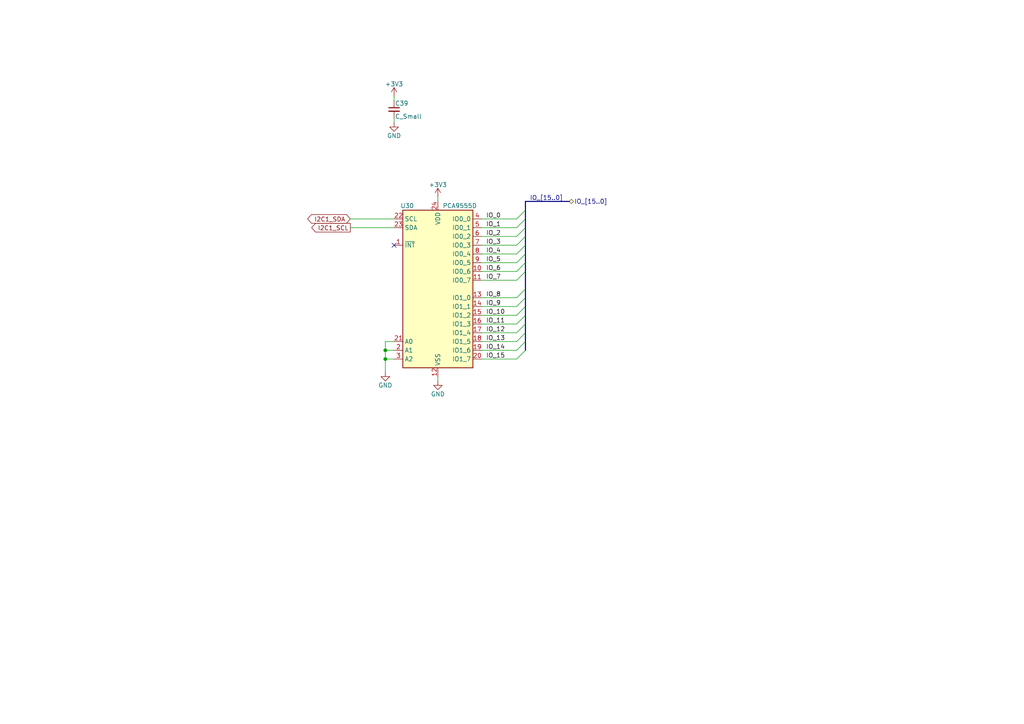
<source format=kicad_sch>
(kicad_sch (version 20211123) (generator eeschema)
  (paper "A4")
  (lib_symbols
    (symbol "Device:C_Small" (pin_numbers hide) (pin_names (offset 0.254) hide)
      (property "Reference" "C" (at 0.254 1.778 0))
      (property "Value" "C_Small" (at 0.254 -2.032 0))
      (symbol "C_Small_0_1"
        (polyline (pts (xy -1.524 -0.508) (xy 1.524 -0.508)) (stroke (width 0.3302)))
        (polyline (pts (xy -1.524 0.508) (xy 1.524 0.508)) (stroke (width 0.3048)))
      )
      (symbol "C_Small_1_1"
        (pin passive line (at 0 2.54 270) (length 2.032) (name "~") (number "1"))
        (pin passive line (at 0 -2.54 90) (length 2.032) (name "~") (number "2"))
      )
    )
    (symbol "Interface_Expansion:PCA9555D"
      (property "Reference" "U" (at -8.89 24.13 0))
      (property "Value" "PCA9555D" (at 6.35 24.13 0))
      (symbol "PCA9555D_0_1"
        (rectangle (start -10.16 22.86) (end 10.16 -22.86) (stroke (width 0.254)) (fill (type background)))
      )
      (symbol "PCA9555D_1_1"
        (pin open_collector line (at -12.7 12.7 0) (length 2.54) (name "~{INT}") (number "1"))
        (pin bidirectional line (at 12.7 5.08 180) (length 2.54) (name "IO0_6") (number "10"))
        (pin bidirectional line (at 12.7 2.54 180) (length 2.54) (name "IO0_7") (number "11"))
        (pin power_in line (at 0 -25.4 90) (length 2.54) (name "VSS") (number "12"))
        (pin bidirectional line (at 12.7 -2.54 180) (length 2.54) (name "IO1_0") (number "13"))
        (pin bidirectional line (at 12.7 -5.08 180) (length 2.54) (name "IO1_1") (number "14"))
        (pin bidirectional line (at 12.7 -7.62 180) (length 2.54) (name "IO1_2") (number "15"))
        (pin bidirectional line (at 12.7 -10.16 180) (length 2.54) (name "IO1_3") (number "16"))
        (pin bidirectional line (at 12.7 -12.7 180) (length 2.54) (name "IO1_4") (number "17"))
        (pin bidirectional line (at 12.7 -15.24 180) (length 2.54) (name "IO1_5") (number "18"))
        (pin bidirectional line (at 12.7 -17.78 180) (length 2.54) (name "IO1_6") (number "19"))
        (pin input line (at -12.7 -17.78 0) (length 2.54) (name "A1") (number "2"))
        (pin bidirectional line (at 12.7 -20.32 180) (length 2.54) (name "IO1_7") (number "20"))
        (pin input line (at -12.7 -15.24 0) (length 2.54) (name "A0") (number "21"))
        (pin input line (at -12.7 20.32 0) (length 2.54) (name "SCL") (number "22"))
        (pin bidirectional line (at -12.7 17.78 0) (length 2.54) (name "SDA") (number "23"))
        (pin power_in line (at 0 25.4 270) (length 2.54) (name "VDD") (number "24"))
        (pin input line (at -12.7 -20.32 0) (length 2.54) (name "A2") (number "3"))
        (pin bidirectional line (at 12.7 20.32 180) (length 2.54) (name "IO0_0") (number "4"))
        (pin bidirectional line (at 12.7 17.78 180) (length 2.54) (name "IO0_1") (number "5"))
        (pin bidirectional line (at 12.7 15.24 180) (length 2.54) (name "IO0_2") (number "6"))
        (pin bidirectional line (at 12.7 12.7 180) (length 2.54) (name "IO0_3") (number "7"))
        (pin bidirectional line (at 12.7 10.16 180) (length 2.54) (name "IO0_4") (number "8"))
        (pin bidirectional line (at 12.7 7.62 180) (length 2.54) (name "IO0_5") (number "9"))
      )
    )
    (symbol "power:+3V3" (power) (pin_names (offset 0))
      (property "Value" "+3V3" (at 0 3.556 0))
      (symbol "+3V3_0_1"
        (polyline (pts (xy -0.762 1.27) (xy 0 2.54)))
        (polyline (pts (xy 0 0) (xy 0 2.54)))
        (polyline (pts (xy 0 2.54) (xy 0.762 1.27)))
      )
      (symbol "+3V3_1_1"
        (pin power_in line (at 0 0 90) (length 0) hide (name "+3V3") (number "1"))
      )
    )
    (symbol "power:GND" (power) (pin_names (offset 0))
      (property "Value" "GND" (at 0 -3.81 0))
      (symbol "GND_0_1"
        (polyline (pts (xy 0 0) (xy 0 -1.27) (xy 1.27 -1.27) (xy 0 -2.54) (xy -1.27 -1.27) (xy 0 -1.27)))
      )
      (symbol "GND_1_1"
        (pin power_in line (at 0 0 270) (length 0) hide (name "GND") (number "1"))
      )
    )
  )
  (junction (at 111.76 104.14))
  (junction (at 111.76 101.6))
  (no_connect (at 114.3 71.12))
  (bus_entry (at 149.86 99.06) (size 2.54 -2.54))
  (bus_entry (at 149.86 68.58) (size 2.54 -2.54))
  (bus_entry (at 149.86 91.44) (size 2.54 -2.54))
  (bus_entry (at 149.86 93.98) (size 2.54 -2.54))
  (bus_entry (at 149.86 81.28) (size 2.54 -2.54))
  (bus_entry (at 149.86 101.6) (size 2.54 -2.54))
  (bus_entry (at 149.86 104.14) (size 2.54 -2.54))
  (bus_entry (at 149.86 78.74) (size 2.54 -2.54))
  (bus_entry (at 149.86 76.2) (size 2.54 -2.54))
  (bus_entry (at 149.86 63.5) (size 2.54 -2.54))
  (bus_entry (at 149.86 71.12) (size 2.54 -2.54))
  (bus_entry (at 149.86 86.36) (size 2.54 -2.54))
  (bus_entry (at 149.86 66.04) (size 2.54 -2.54))
  (bus_entry (at 149.86 73.66) (size 2.54 -2.54))
  (bus_entry (at 149.86 88.9) (size 2.54 -2.54))
  (bus_entry (at 149.86 96.52) (size 2.54 -2.54))
  (bus (pts (xy 152.4 58.42) (xy 165.1 58.42)))
  (wire (pts (xy 127 109.22) (xy 127 110.49)))
  (wire (pts (xy 139.7 63.5) (xy 149.86 63.5)))
  (bus (pts (xy 152.4 96.52) (xy 152.4 99.06)))
  (bus (pts (xy 152.4 91.44) (xy 152.4 93.98)))
  (bus (pts (xy 152.4 73.66) (xy 152.4 76.2)))
  (bus (pts (xy 152.4 71.12) (xy 152.4 73.66)))
  (wire (pts (xy 139.7 76.2) (xy 149.86 76.2)))
  (wire (pts (xy 139.7 91.44) (xy 149.86 91.44)))
  (bus (pts (xy 152.4 93.98) (xy 152.4 96.52)))
  (wire (pts (xy 111.76 104.14) (xy 111.76 107.95)))
  (wire (pts (xy 139.7 71.12) (xy 149.86 71.12)))
  (bus (pts (xy 152.4 88.9) (xy 152.4 91.44)))
  (wire (pts (xy 111.76 99.06) (xy 111.76 101.6)))
  (wire (pts (xy 139.7 78.74) (xy 149.86 78.74)))
  (wire (pts (xy 139.7 86.36) (xy 149.86 86.36)))
  (wire (pts (xy 127 57.15) (xy 127 58.42)))
  (wire (pts (xy 139.7 99.06) (xy 149.86 99.06)))
  (bus (pts (xy 152.4 83.82) (xy 152.4 86.36)))
  (wire (pts (xy 139.7 66.04) (xy 149.86 66.04)))
  (bus (pts (xy 152.4 63.5) (xy 152.4 66.04)))
  (wire (pts (xy 139.7 68.58) (xy 149.86 68.58)))
  (wire (pts (xy 111.76 101.6) (xy 111.76 104.14)))
  (wire (pts (xy 101.6 66.04) (xy 114.3 66.04)))
  (wire (pts (xy 139.7 73.66) (xy 149.86 73.66)))
  (bus (pts (xy 152.4 76.2) (xy 152.4 78.74)))
  (bus (pts (xy 152.4 60.96) (xy 152.4 58.42)))
  (wire (pts (xy 111.76 101.6) (xy 114.3 101.6)))
  (wire (pts (xy 111.76 104.14) (xy 114.3 104.14)))
  (wire (pts (xy 114.3 99.06) (xy 111.76 99.06)))
  (wire (pts (xy 139.7 88.9) (xy 149.86 88.9)))
  (wire (pts (xy 101.6 63.5) (xy 114.3 63.5)))
  (wire (pts (xy 139.7 81.28) (xy 149.86 81.28)))
  (wire (pts (xy 139.7 104.14) (xy 149.86 104.14)))
  (bus (pts (xy 152.4 68.58) (xy 152.4 71.12)))
  (bus (pts (xy 152.4 78.74) (xy 152.4 83.82)))
  (wire (pts (xy 114.3 27.94) (xy 114.3 29.21)))
  (wire (pts (xy 114.3 35.56) (xy 114.3 34.29)))
  (wire (pts (xy 139.7 96.52) (xy 149.86 96.52)))
  (wire (pts (xy 139.7 93.98) (xy 149.86 93.98)))
  (bus (pts (xy 152.4 63.5) (xy 152.4 60.96)))
  (bus (pts (xy 152.4 86.36) (xy 152.4 88.9)))
  (bus (pts (xy 152.4 66.04) (xy 152.4 68.58)))
  (wire (pts (xy 139.7 101.6) (xy 149.86 101.6)))
  (bus (pts (xy 152.4 99.06) (xy 152.4 101.6)))
  (label "IO_8" (at 140.97 86.36 0))
  (label "IO_5" (at 140.97 76.2 0))
  (label "IO_1" (at 140.97 66.04 0))
  (label "IO_[15..0]" (at 153.67 58.42 0))
  (label "IO_6" (at 140.97 78.74 0))
  (label "IO_11" (at 140.97 93.98 0))
  (label "IO_9" (at 140.97 88.9 0))
  (label "IO_2" (at 140.97 68.58 0))
  (label "IO_4" (at 140.97 73.66 0))
  (label "IO_3" (at 140.97 71.12 0))
  (label "IO_7" (at 140.97 81.28 0))
  (label "IO_14" (at 140.97 101.6 0))
  (label "IO_12" (at 140.97 96.52 0))
  (label "IO_13" (at 140.97 99.06 0))
  (label "IO_10" (at 140.97 91.44 0))
  (label "IO_15" (at 140.97 104.14 0))
  (label "IO_0" (at 140.97 63.5 0))
  (global_label "I2C1_SCL" (shape output) (at 101.6 66.04 180) (property "Intersheet References" "${INTERSHEET_REFS}" (effects hide)))
  (global_label "I2C1_SDA" (shape bidirectional) (at 101.6 63.5 180) (property "Intersheet References" "${INTERSHEET_REFS}" (effects hide)))
  (hierarchical_label "IO_[15..0]" (shape bidirectional) (at 165.1 58.42 0))
  (symbol (lib_id "power:GND") (at 114.3 35.56 0) (unit 1)
    (property "Reference" "#PWR024" (effects hide))
    (property "Value" "GND" (at 114.3 39.37 0))
  )
  (symbol (lib_id "Interface_Expansion:PCA9555D") (at 127 83.82 0) (unit 1)
    (property "Reference" "U30" (at 118.11 59.69 0))
    (property "Value" "PCA9555D" (at 133.35 59.69 0))
    (property "Footprint" "Package_SO:SOIC-24W_7.5x15.4mm_P1.27mm" (effects hide))
    (property "Datasheet" "https://www.nxp.com/docs/en/data-sheet/PCA9555.pdf" (effects hide))
  )
  (symbol (lib_id "Device:C_Small") (at 114.3 31.75 0) (unit 1)
    (property "Reference" "C39" (at 114.554 29.972 0) (effects (justify left)))
    (property "Value" "C_Small" (at 114.554 33.782 0) (effects (justify left)))
  )
  (symbol (lib_id "power:+3V3") (at 114.3 27.94 0) (unit 1)
    (property "Reference" "#PWR023" (effects hide))
    (property "Value" "+3V3" (at 114.3 24.384 0))
  )
  (symbol (lib_id "power:+3V3") (at 127 57.15 0) (unit 1)
    (property "Reference" "#PWR025" (effects hide))
    (property "Value" "+3V3" (at 127 53.594 0))
  )
  (symbol (lib_id "power:GND") (at 111.76 107.95 0) (unit 1)
    (property "Reference" "#PWR022" (effects hide))
    (property "Value" "GND" (at 111.76 111.76 0))
  )
  (symbol (lib_id "power:GND") (at 127 110.49 0) (unit 1)
    (property "Reference" "#PWR026" (effects hide))
    (property "Value" "GND" (at 127 114.3 0))
  )
)
</source>
